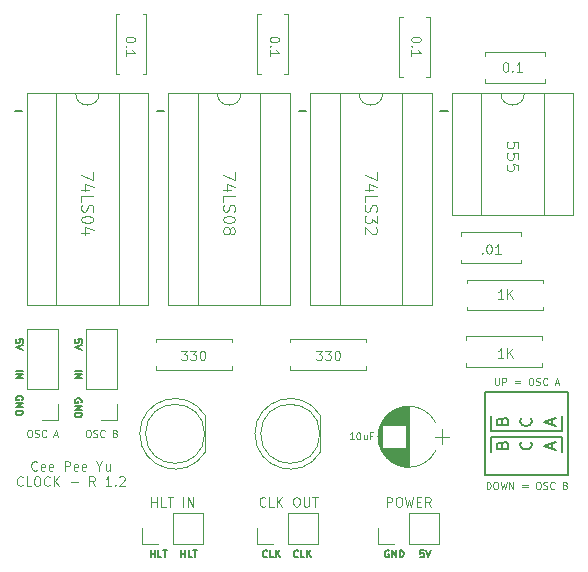
<source format=gbr>
G04 #@! TF.GenerationSoftware,KiCad,Pcbnew,(5.0.0-3-g5ebb6b6)*
G04 #@! TF.CreationDate,2018-08-15T23:13:33+01:00*
G04 #@! TF.ProjectId,clock,636C6F636B2E6B696361645F70636200,0.1*
G04 #@! TF.SameCoordinates,Original*
G04 #@! TF.FileFunction,Legend,Top*
G04 #@! TF.FilePolarity,Positive*
%FSLAX46Y46*%
G04 Gerber Fmt 4.6, Leading zero omitted, Abs format (unit mm)*
G04 Created by KiCad (PCBNEW (5.0.0-3-g5ebb6b6)) date Wednesday 15 August 2018 at 23:13:33*
%MOMM*%
%LPD*%
G01*
G04 APERTURE LIST*
%ADD10C,0.100000*%
%ADD11C,0.150000*%
%ADD12C,0.200000*%
%ADD13C,0.120000*%
G04 APERTURE END LIST*
D10*
X132561904Y-88035714D02*
X132523809Y-88073809D01*
X132409523Y-88111904D01*
X132333333Y-88111904D01*
X132219047Y-88073809D01*
X132142857Y-87997619D01*
X132104761Y-87921428D01*
X132066666Y-87769047D01*
X132066666Y-87654761D01*
X132104761Y-87502380D01*
X132142857Y-87426190D01*
X132219047Y-87350000D01*
X132333333Y-87311904D01*
X132409523Y-87311904D01*
X132523809Y-87350000D01*
X132561904Y-87388095D01*
X133209523Y-88073809D02*
X133133333Y-88111904D01*
X132980952Y-88111904D01*
X132904761Y-88073809D01*
X132866666Y-87997619D01*
X132866666Y-87692857D01*
X132904761Y-87616666D01*
X132980952Y-87578571D01*
X133133333Y-87578571D01*
X133209523Y-87616666D01*
X133247619Y-87692857D01*
X133247619Y-87769047D01*
X132866666Y-87845238D01*
X133895238Y-88073809D02*
X133819047Y-88111904D01*
X133666666Y-88111904D01*
X133590476Y-88073809D01*
X133552380Y-87997619D01*
X133552380Y-87692857D01*
X133590476Y-87616666D01*
X133666666Y-87578571D01*
X133819047Y-87578571D01*
X133895238Y-87616666D01*
X133933333Y-87692857D01*
X133933333Y-87769047D01*
X133552380Y-87845238D01*
X134885714Y-88111904D02*
X134885714Y-87311904D01*
X135190476Y-87311904D01*
X135266666Y-87350000D01*
X135304761Y-87388095D01*
X135342857Y-87464285D01*
X135342857Y-87578571D01*
X135304761Y-87654761D01*
X135266666Y-87692857D01*
X135190476Y-87730952D01*
X134885714Y-87730952D01*
X135990476Y-88073809D02*
X135914285Y-88111904D01*
X135761904Y-88111904D01*
X135685714Y-88073809D01*
X135647619Y-87997619D01*
X135647619Y-87692857D01*
X135685714Y-87616666D01*
X135761904Y-87578571D01*
X135914285Y-87578571D01*
X135990476Y-87616666D01*
X136028571Y-87692857D01*
X136028571Y-87769047D01*
X135647619Y-87845238D01*
X136676190Y-88073809D02*
X136600000Y-88111904D01*
X136447619Y-88111904D01*
X136371428Y-88073809D01*
X136333333Y-87997619D01*
X136333333Y-87692857D01*
X136371428Y-87616666D01*
X136447619Y-87578571D01*
X136600000Y-87578571D01*
X136676190Y-87616666D01*
X136714285Y-87692857D01*
X136714285Y-87769047D01*
X136333333Y-87845238D01*
X137819047Y-87730952D02*
X137819047Y-88111904D01*
X137552380Y-87311904D02*
X137819047Y-87730952D01*
X138085714Y-87311904D01*
X138695238Y-87578571D02*
X138695238Y-88111904D01*
X138352380Y-87578571D02*
X138352380Y-87997619D01*
X138390476Y-88073809D01*
X138466666Y-88111904D01*
X138580952Y-88111904D01*
X138657142Y-88073809D01*
X138695238Y-88035714D01*
X131342857Y-89335714D02*
X131304761Y-89373809D01*
X131190476Y-89411904D01*
X131114285Y-89411904D01*
X131000000Y-89373809D01*
X130923809Y-89297619D01*
X130885714Y-89221428D01*
X130847619Y-89069047D01*
X130847619Y-88954761D01*
X130885714Y-88802380D01*
X130923809Y-88726190D01*
X131000000Y-88650000D01*
X131114285Y-88611904D01*
X131190476Y-88611904D01*
X131304761Y-88650000D01*
X131342857Y-88688095D01*
X132066666Y-89411904D02*
X131685714Y-89411904D01*
X131685714Y-88611904D01*
X132485714Y-88611904D02*
X132638095Y-88611904D01*
X132714285Y-88650000D01*
X132790476Y-88726190D01*
X132828571Y-88878571D01*
X132828571Y-89145238D01*
X132790476Y-89297619D01*
X132714285Y-89373809D01*
X132638095Y-89411904D01*
X132485714Y-89411904D01*
X132409523Y-89373809D01*
X132333333Y-89297619D01*
X132295238Y-89145238D01*
X132295238Y-88878571D01*
X132333333Y-88726190D01*
X132409523Y-88650000D01*
X132485714Y-88611904D01*
X133628571Y-89335714D02*
X133590476Y-89373809D01*
X133476190Y-89411904D01*
X133400000Y-89411904D01*
X133285714Y-89373809D01*
X133209523Y-89297619D01*
X133171428Y-89221428D01*
X133133333Y-89069047D01*
X133133333Y-88954761D01*
X133171428Y-88802380D01*
X133209523Y-88726190D01*
X133285714Y-88650000D01*
X133400000Y-88611904D01*
X133476190Y-88611904D01*
X133590476Y-88650000D01*
X133628571Y-88688095D01*
X133971428Y-89411904D02*
X133971428Y-88611904D01*
X134428571Y-89411904D02*
X134085714Y-88954761D01*
X134428571Y-88611904D02*
X133971428Y-89069047D01*
X135380952Y-89107142D02*
X135990476Y-89107142D01*
X137438095Y-89411904D02*
X137171428Y-89030952D01*
X136980952Y-89411904D02*
X136980952Y-88611904D01*
X137285714Y-88611904D01*
X137361904Y-88650000D01*
X137400000Y-88688095D01*
X137438095Y-88764285D01*
X137438095Y-88878571D01*
X137400000Y-88954761D01*
X137361904Y-88992857D01*
X137285714Y-89030952D01*
X136980952Y-89030952D01*
X138809523Y-89411904D02*
X138352380Y-89411904D01*
X138580952Y-89411904D02*
X138580952Y-88611904D01*
X138504761Y-88726190D01*
X138428571Y-88802380D01*
X138352380Y-88840476D01*
X139152380Y-89335714D02*
X139190476Y-89373809D01*
X139152380Y-89411904D01*
X139114285Y-89373809D01*
X139152380Y-89335714D01*
X139152380Y-89411904D01*
X139495238Y-88688095D02*
X139533333Y-88650000D01*
X139609523Y-88611904D01*
X139800000Y-88611904D01*
X139876190Y-88650000D01*
X139914285Y-88688095D01*
X139952380Y-88764285D01*
X139952380Y-88840476D01*
X139914285Y-88954761D01*
X139457142Y-89411904D01*
X139952380Y-89411904D01*
D11*
X136300000Y-82342857D02*
X136328571Y-82285714D01*
X136328571Y-82200000D01*
X136300000Y-82114285D01*
X136242857Y-82057142D01*
X136185714Y-82028571D01*
X136071428Y-82000000D01*
X135985714Y-82000000D01*
X135871428Y-82028571D01*
X135814285Y-82057142D01*
X135757142Y-82114285D01*
X135728571Y-82200000D01*
X135728571Y-82257142D01*
X135757142Y-82342857D01*
X135785714Y-82371428D01*
X135985714Y-82371428D01*
X135985714Y-82257142D01*
X135728571Y-82628571D02*
X136328571Y-82628571D01*
X135728571Y-82971428D01*
X136328571Y-82971428D01*
X135728571Y-83257142D02*
X136328571Y-83257142D01*
X136328571Y-83400000D01*
X136300000Y-83485714D01*
X136242857Y-83542857D01*
X136185714Y-83571428D01*
X136071428Y-83600000D01*
X135985714Y-83600000D01*
X135871428Y-83571428D01*
X135814285Y-83542857D01*
X135757142Y-83485714D01*
X135728571Y-83400000D01*
X135728571Y-83257142D01*
X135728571Y-79685714D02*
X136328571Y-79685714D01*
X135728571Y-79971428D02*
X136328571Y-79971428D01*
X135728571Y-80314285D01*
X136328571Y-80314285D01*
X136328571Y-77285714D02*
X136328571Y-77000000D01*
X136042857Y-76971428D01*
X136071428Y-77000000D01*
X136100000Y-77057142D01*
X136100000Y-77200000D01*
X136071428Y-77257142D01*
X136042857Y-77285714D01*
X135985714Y-77314285D01*
X135842857Y-77314285D01*
X135785714Y-77285714D01*
X135757142Y-77257142D01*
X135728571Y-77200000D01*
X135728571Y-77057142D01*
X135757142Y-77000000D01*
X135785714Y-76971428D01*
X136328571Y-77485714D02*
X135728571Y-77685714D01*
X136328571Y-77885714D01*
X131300000Y-82142857D02*
X131328571Y-82085714D01*
X131328571Y-82000000D01*
X131300000Y-81914285D01*
X131242857Y-81857142D01*
X131185714Y-81828571D01*
X131071428Y-81800000D01*
X130985714Y-81800000D01*
X130871428Y-81828571D01*
X130814285Y-81857142D01*
X130757142Y-81914285D01*
X130728571Y-82000000D01*
X130728571Y-82057142D01*
X130757142Y-82142857D01*
X130785714Y-82171428D01*
X130985714Y-82171428D01*
X130985714Y-82057142D01*
X130728571Y-82428571D02*
X131328571Y-82428571D01*
X130728571Y-82771428D01*
X131328571Y-82771428D01*
X130728571Y-83057142D02*
X131328571Y-83057142D01*
X131328571Y-83200000D01*
X131300000Y-83285714D01*
X131242857Y-83342857D01*
X131185714Y-83371428D01*
X131071428Y-83400000D01*
X130985714Y-83400000D01*
X130871428Y-83371428D01*
X130814285Y-83342857D01*
X130757142Y-83285714D01*
X130728571Y-83200000D01*
X130728571Y-83057142D01*
X130728571Y-79685714D02*
X131328571Y-79685714D01*
X130728571Y-79971428D02*
X131328571Y-79971428D01*
X130728571Y-80314285D01*
X131328571Y-80314285D01*
X131328571Y-77285714D02*
X131328571Y-77000000D01*
X131042857Y-76971428D01*
X131071428Y-77000000D01*
X131100000Y-77057142D01*
X131100000Y-77200000D01*
X131071428Y-77257142D01*
X131042857Y-77285714D01*
X130985714Y-77314285D01*
X130842857Y-77314285D01*
X130785714Y-77285714D01*
X130757142Y-77257142D01*
X130728571Y-77200000D01*
X130728571Y-77057142D01*
X130757142Y-77000000D01*
X130785714Y-76971428D01*
X131328571Y-77485714D02*
X130728571Y-77685714D01*
X131328571Y-77885714D01*
D10*
X136828571Y-84671428D02*
X136942857Y-84671428D01*
X137000000Y-84700000D01*
X137057142Y-84757142D01*
X137085714Y-84871428D01*
X137085714Y-85071428D01*
X137057142Y-85185714D01*
X137000000Y-85242857D01*
X136942857Y-85271428D01*
X136828571Y-85271428D01*
X136771428Y-85242857D01*
X136714285Y-85185714D01*
X136685714Y-85071428D01*
X136685714Y-84871428D01*
X136714285Y-84757142D01*
X136771428Y-84700000D01*
X136828571Y-84671428D01*
X137314285Y-85242857D02*
X137400000Y-85271428D01*
X137542857Y-85271428D01*
X137600000Y-85242857D01*
X137628571Y-85214285D01*
X137657142Y-85157142D01*
X137657142Y-85100000D01*
X137628571Y-85042857D01*
X137600000Y-85014285D01*
X137542857Y-84985714D01*
X137428571Y-84957142D01*
X137371428Y-84928571D01*
X137342857Y-84900000D01*
X137314285Y-84842857D01*
X137314285Y-84785714D01*
X137342857Y-84728571D01*
X137371428Y-84700000D01*
X137428571Y-84671428D01*
X137571428Y-84671428D01*
X137657142Y-84700000D01*
X138257142Y-85214285D02*
X138228571Y-85242857D01*
X138142857Y-85271428D01*
X138085714Y-85271428D01*
X138000000Y-85242857D01*
X137942857Y-85185714D01*
X137914285Y-85128571D01*
X137885714Y-85014285D01*
X137885714Y-84928571D01*
X137914285Y-84814285D01*
X137942857Y-84757142D01*
X138000000Y-84700000D01*
X138085714Y-84671428D01*
X138142857Y-84671428D01*
X138228571Y-84700000D01*
X138257142Y-84728571D01*
X139171428Y-84957142D02*
X139257142Y-84985714D01*
X139285714Y-85014285D01*
X139314285Y-85071428D01*
X139314285Y-85157142D01*
X139285714Y-85214285D01*
X139257142Y-85242857D01*
X139200000Y-85271428D01*
X138971428Y-85271428D01*
X138971428Y-84671428D01*
X139171428Y-84671428D01*
X139228571Y-84700000D01*
X139257142Y-84728571D01*
X139285714Y-84785714D01*
X139285714Y-84842857D01*
X139257142Y-84900000D01*
X139228571Y-84928571D01*
X139171428Y-84957142D01*
X138971428Y-84957142D01*
X131871428Y-84671428D02*
X131985714Y-84671428D01*
X132042857Y-84700000D01*
X132100000Y-84757142D01*
X132128571Y-84871428D01*
X132128571Y-85071428D01*
X132100000Y-85185714D01*
X132042857Y-85242857D01*
X131985714Y-85271428D01*
X131871428Y-85271428D01*
X131814285Y-85242857D01*
X131757142Y-85185714D01*
X131728571Y-85071428D01*
X131728571Y-84871428D01*
X131757142Y-84757142D01*
X131814285Y-84700000D01*
X131871428Y-84671428D01*
X132357142Y-85242857D02*
X132442857Y-85271428D01*
X132585714Y-85271428D01*
X132642857Y-85242857D01*
X132671428Y-85214285D01*
X132700000Y-85157142D01*
X132700000Y-85100000D01*
X132671428Y-85042857D01*
X132642857Y-85014285D01*
X132585714Y-84985714D01*
X132471428Y-84957142D01*
X132414285Y-84928571D01*
X132385714Y-84900000D01*
X132357142Y-84842857D01*
X132357142Y-84785714D01*
X132385714Y-84728571D01*
X132414285Y-84700000D01*
X132471428Y-84671428D01*
X132614285Y-84671428D01*
X132700000Y-84700000D01*
X133300000Y-85214285D02*
X133271428Y-85242857D01*
X133185714Y-85271428D01*
X133128571Y-85271428D01*
X133042857Y-85242857D01*
X132985714Y-85185714D01*
X132957142Y-85128571D01*
X132928571Y-85014285D01*
X132928571Y-84928571D01*
X132957142Y-84814285D01*
X132985714Y-84757142D01*
X133042857Y-84700000D01*
X133128571Y-84671428D01*
X133185714Y-84671428D01*
X133271428Y-84700000D01*
X133300000Y-84728571D01*
X133985714Y-85100000D02*
X134271428Y-85100000D01*
X133928571Y-85271428D02*
X134128571Y-84671428D01*
X134328571Y-85271428D01*
X170614285Y-89671428D02*
X170614285Y-89071428D01*
X170757142Y-89071428D01*
X170842857Y-89100000D01*
X170900000Y-89157142D01*
X170928571Y-89214285D01*
X170957142Y-89328571D01*
X170957142Y-89414285D01*
X170928571Y-89528571D01*
X170900000Y-89585714D01*
X170842857Y-89642857D01*
X170757142Y-89671428D01*
X170614285Y-89671428D01*
X171328571Y-89071428D02*
X171442857Y-89071428D01*
X171500000Y-89100000D01*
X171557142Y-89157142D01*
X171585714Y-89271428D01*
X171585714Y-89471428D01*
X171557142Y-89585714D01*
X171500000Y-89642857D01*
X171442857Y-89671428D01*
X171328571Y-89671428D01*
X171271428Y-89642857D01*
X171214285Y-89585714D01*
X171185714Y-89471428D01*
X171185714Y-89271428D01*
X171214285Y-89157142D01*
X171271428Y-89100000D01*
X171328571Y-89071428D01*
X171785714Y-89071428D02*
X171928571Y-89671428D01*
X172042857Y-89242857D01*
X172157142Y-89671428D01*
X172300000Y-89071428D01*
X172528571Y-89671428D02*
X172528571Y-89071428D01*
X172871428Y-89671428D01*
X172871428Y-89071428D01*
X173614285Y-89357142D02*
X174071428Y-89357142D01*
X174071428Y-89528571D02*
X173614285Y-89528571D01*
X174928571Y-89071428D02*
X175042857Y-89071428D01*
X175100000Y-89100000D01*
X175157142Y-89157142D01*
X175185714Y-89271428D01*
X175185714Y-89471428D01*
X175157142Y-89585714D01*
X175100000Y-89642857D01*
X175042857Y-89671428D01*
X174928571Y-89671428D01*
X174871428Y-89642857D01*
X174814285Y-89585714D01*
X174785714Y-89471428D01*
X174785714Y-89271428D01*
X174814285Y-89157142D01*
X174871428Y-89100000D01*
X174928571Y-89071428D01*
X175414285Y-89642857D02*
X175500000Y-89671428D01*
X175642857Y-89671428D01*
X175700000Y-89642857D01*
X175728571Y-89614285D01*
X175757142Y-89557142D01*
X175757142Y-89500000D01*
X175728571Y-89442857D01*
X175700000Y-89414285D01*
X175642857Y-89385714D01*
X175528571Y-89357142D01*
X175471428Y-89328571D01*
X175442857Y-89300000D01*
X175414285Y-89242857D01*
X175414285Y-89185714D01*
X175442857Y-89128571D01*
X175471428Y-89100000D01*
X175528571Y-89071428D01*
X175671428Y-89071428D01*
X175757142Y-89100000D01*
X176357142Y-89614285D02*
X176328571Y-89642857D01*
X176242857Y-89671428D01*
X176185714Y-89671428D01*
X176100000Y-89642857D01*
X176042857Y-89585714D01*
X176014285Y-89528571D01*
X175985714Y-89414285D01*
X175985714Y-89328571D01*
X176014285Y-89214285D01*
X176042857Y-89157142D01*
X176100000Y-89100000D01*
X176185714Y-89071428D01*
X176242857Y-89071428D01*
X176328571Y-89100000D01*
X176357142Y-89128571D01*
X177271428Y-89357142D02*
X177357142Y-89385714D01*
X177385714Y-89414285D01*
X177414285Y-89471428D01*
X177414285Y-89557142D01*
X177385714Y-89614285D01*
X177357142Y-89642857D01*
X177300000Y-89671428D01*
X177071428Y-89671428D01*
X177071428Y-89071428D01*
X177271428Y-89071428D01*
X177328571Y-89100000D01*
X177357142Y-89128571D01*
X177385714Y-89185714D01*
X177385714Y-89242857D01*
X177357142Y-89300000D01*
X177328571Y-89328571D01*
X177271428Y-89357142D01*
X177071428Y-89357142D01*
X171314285Y-80271428D02*
X171314285Y-80757142D01*
X171342857Y-80814285D01*
X171371428Y-80842857D01*
X171428571Y-80871428D01*
X171542857Y-80871428D01*
X171600000Y-80842857D01*
X171628571Y-80814285D01*
X171657142Y-80757142D01*
X171657142Y-80271428D01*
X171942857Y-80871428D02*
X171942857Y-80271428D01*
X172171428Y-80271428D01*
X172228571Y-80300000D01*
X172257142Y-80328571D01*
X172285714Y-80385714D01*
X172285714Y-80471428D01*
X172257142Y-80528571D01*
X172228571Y-80557142D01*
X172171428Y-80585714D01*
X171942857Y-80585714D01*
X173000000Y-80557142D02*
X173457142Y-80557142D01*
X173457142Y-80728571D02*
X173000000Y-80728571D01*
X174314285Y-80271428D02*
X174428571Y-80271428D01*
X174485714Y-80300000D01*
X174542857Y-80357142D01*
X174571428Y-80471428D01*
X174571428Y-80671428D01*
X174542857Y-80785714D01*
X174485714Y-80842857D01*
X174428571Y-80871428D01*
X174314285Y-80871428D01*
X174257142Y-80842857D01*
X174200000Y-80785714D01*
X174171428Y-80671428D01*
X174171428Y-80471428D01*
X174200000Y-80357142D01*
X174257142Y-80300000D01*
X174314285Y-80271428D01*
X174800000Y-80842857D02*
X174885714Y-80871428D01*
X175028571Y-80871428D01*
X175085714Y-80842857D01*
X175114285Y-80814285D01*
X175142857Y-80757142D01*
X175142857Y-80700000D01*
X175114285Y-80642857D01*
X175085714Y-80614285D01*
X175028571Y-80585714D01*
X174914285Y-80557142D01*
X174857142Y-80528571D01*
X174828571Y-80500000D01*
X174800000Y-80442857D01*
X174800000Y-80385714D01*
X174828571Y-80328571D01*
X174857142Y-80300000D01*
X174914285Y-80271428D01*
X175057142Y-80271428D01*
X175142857Y-80300000D01*
X175742857Y-80814285D02*
X175714285Y-80842857D01*
X175628571Y-80871428D01*
X175571428Y-80871428D01*
X175485714Y-80842857D01*
X175428571Y-80785714D01*
X175400000Y-80728571D01*
X175371428Y-80614285D01*
X175371428Y-80528571D01*
X175400000Y-80414285D01*
X175428571Y-80357142D01*
X175485714Y-80300000D01*
X175571428Y-80271428D01*
X175628571Y-80271428D01*
X175714285Y-80300000D01*
X175742857Y-80328571D01*
X176428571Y-80700000D02*
X176714285Y-80700000D01*
X176371428Y-80871428D02*
X176571428Y-80271428D01*
X176771428Y-80871428D01*
X142228571Y-91161904D02*
X142228571Y-90361904D01*
X142228571Y-90742857D02*
X142685714Y-90742857D01*
X142685714Y-91161904D02*
X142685714Y-90361904D01*
X143447619Y-91161904D02*
X143066666Y-91161904D01*
X143066666Y-90361904D01*
X143600000Y-90361904D02*
X144057142Y-90361904D01*
X143828571Y-91161904D02*
X143828571Y-90361904D01*
X144933333Y-91161904D02*
X144933333Y-90361904D01*
X145314285Y-91161904D02*
X145314285Y-90361904D01*
X145771428Y-91161904D01*
X145771428Y-90361904D01*
X151876190Y-91085714D02*
X151838095Y-91123809D01*
X151723809Y-91161904D01*
X151647619Y-91161904D01*
X151533333Y-91123809D01*
X151457142Y-91047619D01*
X151419047Y-90971428D01*
X151380952Y-90819047D01*
X151380952Y-90704761D01*
X151419047Y-90552380D01*
X151457142Y-90476190D01*
X151533333Y-90400000D01*
X151647619Y-90361904D01*
X151723809Y-90361904D01*
X151838095Y-90400000D01*
X151876190Y-90438095D01*
X152600000Y-91161904D02*
X152219047Y-91161904D01*
X152219047Y-90361904D01*
X152866666Y-91161904D02*
X152866666Y-90361904D01*
X153323809Y-91161904D02*
X152980952Y-90704761D01*
X153323809Y-90361904D02*
X152866666Y-90819047D01*
X154428571Y-90361904D02*
X154580952Y-90361904D01*
X154657142Y-90400000D01*
X154733333Y-90476190D01*
X154771428Y-90628571D01*
X154771428Y-90895238D01*
X154733333Y-91047619D01*
X154657142Y-91123809D01*
X154580952Y-91161904D01*
X154428571Y-91161904D01*
X154352380Y-91123809D01*
X154276190Y-91047619D01*
X154238095Y-90895238D01*
X154238095Y-90628571D01*
X154276190Y-90476190D01*
X154352380Y-90400000D01*
X154428571Y-90361904D01*
X155114285Y-90361904D02*
X155114285Y-91009523D01*
X155152380Y-91085714D01*
X155190476Y-91123809D01*
X155266666Y-91161904D01*
X155419047Y-91161904D01*
X155495238Y-91123809D01*
X155533333Y-91085714D01*
X155571428Y-91009523D01*
X155571428Y-90361904D01*
X155838095Y-90361904D02*
X156295238Y-90361904D01*
X156066666Y-91161904D02*
X156066666Y-90361904D01*
X162152380Y-91161904D02*
X162152380Y-90361904D01*
X162457142Y-90361904D01*
X162533333Y-90400000D01*
X162571428Y-90438095D01*
X162609523Y-90514285D01*
X162609523Y-90628571D01*
X162571428Y-90704761D01*
X162533333Y-90742857D01*
X162457142Y-90780952D01*
X162152380Y-90780952D01*
X163104761Y-90361904D02*
X163257142Y-90361904D01*
X163333333Y-90400000D01*
X163409523Y-90476190D01*
X163447619Y-90628571D01*
X163447619Y-90895238D01*
X163409523Y-91047619D01*
X163333333Y-91123809D01*
X163257142Y-91161904D01*
X163104761Y-91161904D01*
X163028571Y-91123809D01*
X162952380Y-91047619D01*
X162914285Y-90895238D01*
X162914285Y-90628571D01*
X162952380Y-90476190D01*
X163028571Y-90400000D01*
X163104761Y-90361904D01*
X163714285Y-90361904D02*
X163904761Y-91161904D01*
X164057142Y-90590476D01*
X164209523Y-91161904D01*
X164400000Y-90361904D01*
X164704761Y-90742857D02*
X164971428Y-90742857D01*
X165085714Y-91161904D02*
X164704761Y-91161904D01*
X164704761Y-90361904D01*
X165085714Y-90361904D01*
X165885714Y-91161904D02*
X165619047Y-90780952D01*
X165428571Y-91161904D02*
X165428571Y-90361904D01*
X165733333Y-90361904D01*
X165809523Y-90400000D01*
X165847619Y-90438095D01*
X165885714Y-90514285D01*
X165885714Y-90628571D01*
X165847619Y-90704761D01*
X165809523Y-90742857D01*
X165733333Y-90780952D01*
X165428571Y-90780952D01*
X159357142Y-85471428D02*
X159014285Y-85471428D01*
X159185714Y-85471428D02*
X159185714Y-84871428D01*
X159128571Y-84957142D01*
X159071428Y-85014285D01*
X159014285Y-85042857D01*
X159728571Y-84871428D02*
X159785714Y-84871428D01*
X159842857Y-84900000D01*
X159871428Y-84928571D01*
X159900000Y-84985714D01*
X159928571Y-85100000D01*
X159928571Y-85242857D01*
X159900000Y-85357142D01*
X159871428Y-85414285D01*
X159842857Y-85442857D01*
X159785714Y-85471428D01*
X159728571Y-85471428D01*
X159671428Y-85442857D01*
X159642857Y-85414285D01*
X159614285Y-85357142D01*
X159585714Y-85242857D01*
X159585714Y-85100000D01*
X159614285Y-84985714D01*
X159642857Y-84928571D01*
X159671428Y-84900000D01*
X159728571Y-84871428D01*
X160442857Y-85071428D02*
X160442857Y-85471428D01*
X160185714Y-85071428D02*
X160185714Y-85385714D01*
X160214285Y-85442857D01*
X160271428Y-85471428D01*
X160357142Y-85471428D01*
X160414285Y-85442857D01*
X160442857Y-85414285D01*
X160928571Y-85157142D02*
X160728571Y-85157142D01*
X160728571Y-85471428D02*
X160728571Y-84871428D01*
X161014285Y-84871428D01*
D11*
X165285714Y-94871428D02*
X165000000Y-94871428D01*
X164971428Y-95157142D01*
X165000000Y-95128571D01*
X165057142Y-95100000D01*
X165200000Y-95100000D01*
X165257142Y-95128571D01*
X165285714Y-95157142D01*
X165314285Y-95214285D01*
X165314285Y-95357142D01*
X165285714Y-95414285D01*
X165257142Y-95442857D01*
X165200000Y-95471428D01*
X165057142Y-95471428D01*
X165000000Y-95442857D01*
X164971428Y-95414285D01*
X165485714Y-94871428D02*
X165685714Y-95471428D01*
X165885714Y-94871428D01*
X162342857Y-94900000D02*
X162285714Y-94871428D01*
X162200000Y-94871428D01*
X162114285Y-94900000D01*
X162057142Y-94957142D01*
X162028571Y-95014285D01*
X162000000Y-95128571D01*
X162000000Y-95214285D01*
X162028571Y-95328571D01*
X162057142Y-95385714D01*
X162114285Y-95442857D01*
X162200000Y-95471428D01*
X162257142Y-95471428D01*
X162342857Y-95442857D01*
X162371428Y-95414285D01*
X162371428Y-95214285D01*
X162257142Y-95214285D01*
X162628571Y-95471428D02*
X162628571Y-94871428D01*
X162971428Y-95471428D01*
X162971428Y-94871428D01*
X163257142Y-95471428D02*
X163257142Y-94871428D01*
X163400000Y-94871428D01*
X163485714Y-94900000D01*
X163542857Y-94957142D01*
X163571428Y-95014285D01*
X163600000Y-95128571D01*
X163600000Y-95214285D01*
X163571428Y-95328571D01*
X163542857Y-95385714D01*
X163485714Y-95442857D01*
X163400000Y-95471428D01*
X163257142Y-95471428D01*
X154642857Y-95414285D02*
X154614285Y-95442857D01*
X154528571Y-95471428D01*
X154471428Y-95471428D01*
X154385714Y-95442857D01*
X154328571Y-95385714D01*
X154300000Y-95328571D01*
X154271428Y-95214285D01*
X154271428Y-95128571D01*
X154300000Y-95014285D01*
X154328571Y-94957142D01*
X154385714Y-94900000D01*
X154471428Y-94871428D01*
X154528571Y-94871428D01*
X154614285Y-94900000D01*
X154642857Y-94928571D01*
X155185714Y-95471428D02*
X154900000Y-95471428D01*
X154900000Y-94871428D01*
X155385714Y-95471428D02*
X155385714Y-94871428D01*
X155728571Y-95471428D02*
X155471428Y-95128571D01*
X155728571Y-94871428D02*
X155385714Y-95214285D01*
X152042857Y-95414285D02*
X152014285Y-95442857D01*
X151928571Y-95471428D01*
X151871428Y-95471428D01*
X151785714Y-95442857D01*
X151728571Y-95385714D01*
X151700000Y-95328571D01*
X151671428Y-95214285D01*
X151671428Y-95128571D01*
X151700000Y-95014285D01*
X151728571Y-94957142D01*
X151785714Y-94900000D01*
X151871428Y-94871428D01*
X151928571Y-94871428D01*
X152014285Y-94900000D01*
X152042857Y-94928571D01*
X152585714Y-95471428D02*
X152300000Y-95471428D01*
X152300000Y-94871428D01*
X152785714Y-95471428D02*
X152785714Y-94871428D01*
X153128571Y-95471428D02*
X152871428Y-95128571D01*
X153128571Y-94871428D02*
X152785714Y-95214285D01*
X144757142Y-95471428D02*
X144757142Y-94871428D01*
X144757142Y-95157142D02*
X145100000Y-95157142D01*
X145100000Y-95471428D02*
X145100000Y-94871428D01*
X145671428Y-95471428D02*
X145385714Y-95471428D01*
X145385714Y-94871428D01*
X145785714Y-94871428D02*
X146128571Y-94871428D01*
X145957142Y-95471428D02*
X145957142Y-94871428D01*
X142157142Y-95471428D02*
X142157142Y-94871428D01*
X142157142Y-95157142D02*
X142500000Y-95157142D01*
X142500000Y-95471428D02*
X142500000Y-94871428D01*
X143071428Y-95471428D02*
X142785714Y-95471428D01*
X142785714Y-94871428D01*
X143185714Y-94871428D02*
X143528571Y-94871428D01*
X143357142Y-95471428D02*
X143357142Y-94871428D01*
D12*
X166695238Y-57657142D02*
X167304761Y-57657142D01*
X154695238Y-57657142D02*
X155304761Y-57657142D01*
X142695238Y-57657142D02*
X143304761Y-57657142D01*
X130695238Y-57657142D02*
X131304761Y-57657142D01*
D10*
X140838095Y-51590476D02*
X140838095Y-51666666D01*
X140800000Y-51742857D01*
X140761904Y-51780952D01*
X140685714Y-51819047D01*
X140533333Y-51857142D01*
X140342857Y-51857142D01*
X140190476Y-51819047D01*
X140114285Y-51780952D01*
X140076190Y-51742857D01*
X140038095Y-51666666D01*
X140038095Y-51590476D01*
X140076190Y-51514285D01*
X140114285Y-51476190D01*
X140190476Y-51438095D01*
X140342857Y-51400000D01*
X140533333Y-51400000D01*
X140685714Y-51438095D01*
X140761904Y-51476190D01*
X140800000Y-51514285D01*
X140838095Y-51590476D01*
X140114285Y-52200000D02*
X140076190Y-52238095D01*
X140038095Y-52200000D01*
X140076190Y-52161904D01*
X140114285Y-52200000D01*
X140038095Y-52200000D01*
X140038095Y-53000000D02*
X140038095Y-52542857D01*
X140038095Y-52771428D02*
X140838095Y-52771428D01*
X140723809Y-52695238D01*
X140647619Y-52619047D01*
X140609523Y-52542857D01*
X153038095Y-51590476D02*
X153038095Y-51666666D01*
X153000000Y-51742857D01*
X152961904Y-51780952D01*
X152885714Y-51819047D01*
X152733333Y-51857142D01*
X152542857Y-51857142D01*
X152390476Y-51819047D01*
X152314285Y-51780952D01*
X152276190Y-51742857D01*
X152238095Y-51666666D01*
X152238095Y-51590476D01*
X152276190Y-51514285D01*
X152314285Y-51476190D01*
X152390476Y-51438095D01*
X152542857Y-51400000D01*
X152733333Y-51400000D01*
X152885714Y-51438095D01*
X152961904Y-51476190D01*
X153000000Y-51514285D01*
X153038095Y-51590476D01*
X152314285Y-52200000D02*
X152276190Y-52238095D01*
X152238095Y-52200000D01*
X152276190Y-52161904D01*
X152314285Y-52200000D01*
X152238095Y-52200000D01*
X152238095Y-53000000D02*
X152238095Y-52542857D01*
X152238095Y-52771428D02*
X153038095Y-52771428D01*
X152923809Y-52695238D01*
X152847619Y-52619047D01*
X152809523Y-52542857D01*
X165038095Y-51590476D02*
X165038095Y-51666666D01*
X165000000Y-51742857D01*
X164961904Y-51780952D01*
X164885714Y-51819047D01*
X164733333Y-51857142D01*
X164542857Y-51857142D01*
X164390476Y-51819047D01*
X164314285Y-51780952D01*
X164276190Y-51742857D01*
X164238095Y-51666666D01*
X164238095Y-51590476D01*
X164276190Y-51514285D01*
X164314285Y-51476190D01*
X164390476Y-51438095D01*
X164542857Y-51400000D01*
X164733333Y-51400000D01*
X164885714Y-51438095D01*
X164961904Y-51476190D01*
X165000000Y-51514285D01*
X165038095Y-51590476D01*
X164314285Y-52200000D02*
X164276190Y-52238095D01*
X164238095Y-52200000D01*
X164276190Y-52161904D01*
X164314285Y-52200000D01*
X164238095Y-52200000D01*
X164238095Y-53000000D02*
X164238095Y-52542857D01*
X164238095Y-52771428D02*
X165038095Y-52771428D01*
X164923809Y-52695238D01*
X164847619Y-52619047D01*
X164809523Y-52542857D01*
X172190476Y-53561904D02*
X172266666Y-53561904D01*
X172342857Y-53600000D01*
X172380952Y-53638095D01*
X172419047Y-53714285D01*
X172457142Y-53866666D01*
X172457142Y-54057142D01*
X172419047Y-54209523D01*
X172380952Y-54285714D01*
X172342857Y-54323809D01*
X172266666Y-54361904D01*
X172190476Y-54361904D01*
X172114285Y-54323809D01*
X172076190Y-54285714D01*
X172038095Y-54209523D01*
X172000000Y-54057142D01*
X172000000Y-53866666D01*
X172038095Y-53714285D01*
X172076190Y-53638095D01*
X172114285Y-53600000D01*
X172190476Y-53561904D01*
X172800000Y-54285714D02*
X172838095Y-54323809D01*
X172800000Y-54361904D01*
X172761904Y-54323809D01*
X172800000Y-54285714D01*
X172800000Y-54361904D01*
X173600000Y-54361904D02*
X173142857Y-54361904D01*
X173371428Y-54361904D02*
X173371428Y-53561904D01*
X173295238Y-53676190D01*
X173219047Y-53752380D01*
X173142857Y-53790476D01*
X170238095Y-69685714D02*
X170276190Y-69723809D01*
X170238095Y-69761904D01*
X170200000Y-69723809D01*
X170238095Y-69685714D01*
X170238095Y-69761904D01*
X170771428Y-68961904D02*
X170847619Y-68961904D01*
X170923809Y-69000000D01*
X170961904Y-69038095D01*
X171000000Y-69114285D01*
X171038095Y-69266666D01*
X171038095Y-69457142D01*
X171000000Y-69609523D01*
X170961904Y-69685714D01*
X170923809Y-69723809D01*
X170847619Y-69761904D01*
X170771428Y-69761904D01*
X170695238Y-69723809D01*
X170657142Y-69685714D01*
X170619047Y-69609523D01*
X170580952Y-69457142D01*
X170580952Y-69266666D01*
X170619047Y-69114285D01*
X170657142Y-69038095D01*
X170695238Y-69000000D01*
X170771428Y-68961904D01*
X171800000Y-69761904D02*
X171342857Y-69761904D01*
X171571428Y-69761904D02*
X171571428Y-68961904D01*
X171495238Y-69076190D01*
X171419047Y-69152380D01*
X171342857Y-69190476D01*
X172028571Y-73561904D02*
X171571428Y-73561904D01*
X171800000Y-73561904D02*
X171800000Y-72761904D01*
X171723809Y-72876190D01*
X171647619Y-72952380D01*
X171571428Y-72990476D01*
X172371428Y-73561904D02*
X172371428Y-72761904D01*
X172828571Y-73561904D02*
X172485714Y-73104761D01*
X172828571Y-72761904D02*
X172371428Y-73219047D01*
X172028571Y-78561904D02*
X171571428Y-78561904D01*
X171800000Y-78561904D02*
X171800000Y-77761904D01*
X171723809Y-77876190D01*
X171647619Y-77952380D01*
X171571428Y-77990476D01*
X172371428Y-78561904D02*
X172371428Y-77761904D01*
X172828571Y-78561904D02*
X172485714Y-78104761D01*
X172828571Y-77761904D02*
X172371428Y-78219047D01*
X156171428Y-77961904D02*
X156666666Y-77961904D01*
X156400000Y-78266666D01*
X156514285Y-78266666D01*
X156590476Y-78304761D01*
X156628571Y-78342857D01*
X156666666Y-78419047D01*
X156666666Y-78609523D01*
X156628571Y-78685714D01*
X156590476Y-78723809D01*
X156514285Y-78761904D01*
X156285714Y-78761904D01*
X156209523Y-78723809D01*
X156171428Y-78685714D01*
X156933333Y-77961904D02*
X157428571Y-77961904D01*
X157161904Y-78266666D01*
X157276190Y-78266666D01*
X157352380Y-78304761D01*
X157390476Y-78342857D01*
X157428571Y-78419047D01*
X157428571Y-78609523D01*
X157390476Y-78685714D01*
X157352380Y-78723809D01*
X157276190Y-78761904D01*
X157047619Y-78761904D01*
X156971428Y-78723809D01*
X156933333Y-78685714D01*
X157923809Y-77961904D02*
X158000000Y-77961904D01*
X158076190Y-78000000D01*
X158114285Y-78038095D01*
X158152380Y-78114285D01*
X158190476Y-78266666D01*
X158190476Y-78457142D01*
X158152380Y-78609523D01*
X158114285Y-78685714D01*
X158076190Y-78723809D01*
X158000000Y-78761904D01*
X157923809Y-78761904D01*
X157847619Y-78723809D01*
X157809523Y-78685714D01*
X157771428Y-78609523D01*
X157733333Y-78457142D01*
X157733333Y-78266666D01*
X157771428Y-78114285D01*
X157809523Y-78038095D01*
X157847619Y-78000000D01*
X157923809Y-77961904D01*
X144771428Y-77961904D02*
X145266666Y-77961904D01*
X145000000Y-78266666D01*
X145114285Y-78266666D01*
X145190476Y-78304761D01*
X145228571Y-78342857D01*
X145266666Y-78419047D01*
X145266666Y-78609523D01*
X145228571Y-78685714D01*
X145190476Y-78723809D01*
X145114285Y-78761904D01*
X144885714Y-78761904D01*
X144809523Y-78723809D01*
X144771428Y-78685714D01*
X145533333Y-77961904D02*
X146028571Y-77961904D01*
X145761904Y-78266666D01*
X145876190Y-78266666D01*
X145952380Y-78304761D01*
X145990476Y-78342857D01*
X146028571Y-78419047D01*
X146028571Y-78609523D01*
X145990476Y-78685714D01*
X145952380Y-78723809D01*
X145876190Y-78761904D01*
X145647619Y-78761904D01*
X145571428Y-78723809D01*
X145533333Y-78685714D01*
X146523809Y-77961904D02*
X146600000Y-77961904D01*
X146676190Y-78000000D01*
X146714285Y-78038095D01*
X146752380Y-78114285D01*
X146790476Y-78266666D01*
X146790476Y-78457142D01*
X146752380Y-78609523D01*
X146714285Y-78685714D01*
X146676190Y-78723809D01*
X146600000Y-78761904D01*
X146523809Y-78761904D01*
X146447619Y-78723809D01*
X146409523Y-78685714D01*
X146371428Y-78609523D01*
X146333333Y-78457142D01*
X146333333Y-78266666D01*
X146371428Y-78114285D01*
X146409523Y-78038095D01*
X146447619Y-78000000D01*
X146523809Y-77961904D01*
X173297619Y-60785714D02*
X173297619Y-60309523D01*
X172821428Y-60261904D01*
X172869047Y-60309523D01*
X172916666Y-60404761D01*
X172916666Y-60642857D01*
X172869047Y-60738095D01*
X172821428Y-60785714D01*
X172726190Y-60833333D01*
X172488095Y-60833333D01*
X172392857Y-60785714D01*
X172345238Y-60738095D01*
X172297619Y-60642857D01*
X172297619Y-60404761D01*
X172345238Y-60309523D01*
X172392857Y-60261904D01*
X173297619Y-61738095D02*
X173297619Y-61261904D01*
X172821428Y-61214285D01*
X172869047Y-61261904D01*
X172916666Y-61357142D01*
X172916666Y-61595238D01*
X172869047Y-61690476D01*
X172821428Y-61738095D01*
X172726190Y-61785714D01*
X172488095Y-61785714D01*
X172392857Y-61738095D01*
X172345238Y-61690476D01*
X172297619Y-61595238D01*
X172297619Y-61357142D01*
X172345238Y-61261904D01*
X172392857Y-61214285D01*
X173297619Y-62690476D02*
X173297619Y-62214285D01*
X172821428Y-62166666D01*
X172869047Y-62214285D01*
X172916666Y-62309523D01*
X172916666Y-62547619D01*
X172869047Y-62642857D01*
X172821428Y-62690476D01*
X172726190Y-62738095D01*
X172488095Y-62738095D01*
X172392857Y-62690476D01*
X172345238Y-62642857D01*
X172297619Y-62547619D01*
X172297619Y-62309523D01*
X172345238Y-62214285D01*
X172392857Y-62166666D01*
X161297619Y-62857142D02*
X161297619Y-63523809D01*
X160297619Y-63095238D01*
X160964285Y-64333333D02*
X160297619Y-64333333D01*
X161345238Y-64095238D02*
X160630952Y-63857142D01*
X160630952Y-64476190D01*
X160297619Y-65333333D02*
X160297619Y-64857142D01*
X161297619Y-64857142D01*
X160345238Y-65619047D02*
X160297619Y-65761904D01*
X160297619Y-66000000D01*
X160345238Y-66095238D01*
X160392857Y-66142857D01*
X160488095Y-66190476D01*
X160583333Y-66190476D01*
X160678571Y-66142857D01*
X160726190Y-66095238D01*
X160773809Y-66000000D01*
X160821428Y-65809523D01*
X160869047Y-65714285D01*
X160916666Y-65666666D01*
X161011904Y-65619047D01*
X161107142Y-65619047D01*
X161202380Y-65666666D01*
X161250000Y-65714285D01*
X161297619Y-65809523D01*
X161297619Y-66047619D01*
X161250000Y-66190476D01*
X161297619Y-66523809D02*
X161297619Y-67142857D01*
X160916666Y-66809523D01*
X160916666Y-66952380D01*
X160869047Y-67047619D01*
X160821428Y-67095238D01*
X160726190Y-67142857D01*
X160488095Y-67142857D01*
X160392857Y-67095238D01*
X160345238Y-67047619D01*
X160297619Y-66952380D01*
X160297619Y-66666666D01*
X160345238Y-66571428D01*
X160392857Y-66523809D01*
X161202380Y-67523809D02*
X161250000Y-67571428D01*
X161297619Y-67666666D01*
X161297619Y-67904761D01*
X161250000Y-68000000D01*
X161202380Y-68047619D01*
X161107142Y-68095238D01*
X161011904Y-68095238D01*
X160869047Y-68047619D01*
X160297619Y-67476190D01*
X160297619Y-68095238D01*
X149297619Y-62857142D02*
X149297619Y-63523809D01*
X148297619Y-63095238D01*
X148964285Y-64333333D02*
X148297619Y-64333333D01*
X149345238Y-64095238D02*
X148630952Y-63857142D01*
X148630952Y-64476190D01*
X148297619Y-65333333D02*
X148297619Y-64857142D01*
X149297619Y-64857142D01*
X148345238Y-65619047D02*
X148297619Y-65761904D01*
X148297619Y-66000000D01*
X148345238Y-66095238D01*
X148392857Y-66142857D01*
X148488095Y-66190476D01*
X148583333Y-66190476D01*
X148678571Y-66142857D01*
X148726190Y-66095238D01*
X148773809Y-66000000D01*
X148821428Y-65809523D01*
X148869047Y-65714285D01*
X148916666Y-65666666D01*
X149011904Y-65619047D01*
X149107142Y-65619047D01*
X149202380Y-65666666D01*
X149250000Y-65714285D01*
X149297619Y-65809523D01*
X149297619Y-66047619D01*
X149250000Y-66190476D01*
X149297619Y-66809523D02*
X149297619Y-66904761D01*
X149250000Y-67000000D01*
X149202380Y-67047619D01*
X149107142Y-67095238D01*
X148916666Y-67142857D01*
X148678571Y-67142857D01*
X148488095Y-67095238D01*
X148392857Y-67047619D01*
X148345238Y-67000000D01*
X148297619Y-66904761D01*
X148297619Y-66809523D01*
X148345238Y-66714285D01*
X148392857Y-66666666D01*
X148488095Y-66619047D01*
X148678571Y-66571428D01*
X148916666Y-66571428D01*
X149107142Y-66619047D01*
X149202380Y-66666666D01*
X149250000Y-66714285D01*
X149297619Y-66809523D01*
X148869047Y-67714285D02*
X148916666Y-67619047D01*
X148964285Y-67571428D01*
X149059523Y-67523809D01*
X149107142Y-67523809D01*
X149202380Y-67571428D01*
X149250000Y-67619047D01*
X149297619Y-67714285D01*
X149297619Y-67904761D01*
X149250000Y-68000000D01*
X149202380Y-68047619D01*
X149107142Y-68095238D01*
X149059523Y-68095238D01*
X148964285Y-68047619D01*
X148916666Y-68000000D01*
X148869047Y-67904761D01*
X148869047Y-67714285D01*
X148821428Y-67619047D01*
X148773809Y-67571428D01*
X148678571Y-67523809D01*
X148488095Y-67523809D01*
X148392857Y-67571428D01*
X148345238Y-67619047D01*
X148297619Y-67714285D01*
X148297619Y-67904761D01*
X148345238Y-68000000D01*
X148392857Y-68047619D01*
X148488095Y-68095238D01*
X148678571Y-68095238D01*
X148773809Y-68047619D01*
X148821428Y-68000000D01*
X148869047Y-67904761D01*
X137297619Y-62857142D02*
X137297619Y-63523809D01*
X136297619Y-63095238D01*
X136964285Y-64333333D02*
X136297619Y-64333333D01*
X137345238Y-64095238D02*
X136630952Y-63857142D01*
X136630952Y-64476190D01*
X136297619Y-65333333D02*
X136297619Y-64857142D01*
X137297619Y-64857142D01*
X136345238Y-65619047D02*
X136297619Y-65761904D01*
X136297619Y-66000000D01*
X136345238Y-66095238D01*
X136392857Y-66142857D01*
X136488095Y-66190476D01*
X136583333Y-66190476D01*
X136678571Y-66142857D01*
X136726190Y-66095238D01*
X136773809Y-66000000D01*
X136821428Y-65809523D01*
X136869047Y-65714285D01*
X136916666Y-65666666D01*
X137011904Y-65619047D01*
X137107142Y-65619047D01*
X137202380Y-65666666D01*
X137250000Y-65714285D01*
X137297619Y-65809523D01*
X137297619Y-66047619D01*
X137250000Y-66190476D01*
X137297619Y-66809523D02*
X137297619Y-66904761D01*
X137250000Y-67000000D01*
X137202380Y-67047619D01*
X137107142Y-67095238D01*
X136916666Y-67142857D01*
X136678571Y-67142857D01*
X136488095Y-67095238D01*
X136392857Y-67047619D01*
X136345238Y-67000000D01*
X136297619Y-66904761D01*
X136297619Y-66809523D01*
X136345238Y-66714285D01*
X136392857Y-66666666D01*
X136488095Y-66619047D01*
X136678571Y-66571428D01*
X136916666Y-66571428D01*
X137107142Y-66619047D01*
X137202380Y-66666666D01*
X137250000Y-66714285D01*
X137297619Y-66809523D01*
X136964285Y-68000000D02*
X136297619Y-68000000D01*
X137345238Y-67761904D02*
X136630952Y-67523809D01*
X136630952Y-68142857D01*
D13*
G04 #@! TO.C,C1*
X139504000Y-54560000D02*
X139190000Y-54560000D01*
X141810000Y-54560000D02*
X141496000Y-54560000D01*
X139504000Y-49440000D02*
X139190000Y-49440000D01*
X141810000Y-49440000D02*
X141496000Y-49440000D01*
X139190000Y-49440000D02*
X139190000Y-54560000D01*
X141810000Y-49440000D02*
X141810000Y-54560000D01*
G04 #@! TO.C,C2*
X153810000Y-49440000D02*
X153810000Y-54560000D01*
X151190000Y-49440000D02*
X151190000Y-54560000D01*
X153810000Y-49440000D02*
X153496000Y-49440000D01*
X151504000Y-49440000D02*
X151190000Y-49440000D01*
X153810000Y-54560000D02*
X153496000Y-54560000D01*
X151504000Y-54560000D02*
X151190000Y-54560000D01*
G04 #@! TO.C,C3*
X175560000Y-54996000D02*
X175560000Y-55310000D01*
X175560000Y-52690000D02*
X175560000Y-53004000D01*
X170440000Y-54996000D02*
X170440000Y-55310000D01*
X170440000Y-52690000D02*
X170440000Y-53004000D01*
X170440000Y-55310000D02*
X175560000Y-55310000D01*
X170440000Y-52690000D02*
X175560000Y-52690000D01*
G04 #@! TO.C,C4*
X168440000Y-68254000D02*
X168440000Y-67940000D01*
X168440000Y-70560000D02*
X168440000Y-70246000D01*
X173560000Y-68254000D02*
X173560000Y-67940000D01*
X173560000Y-70560000D02*
X173560000Y-70246000D01*
X173560000Y-67940000D02*
X168440000Y-67940000D01*
X173560000Y-70560000D02*
X168440000Y-70560000D01*
G04 #@! TO.C,C5*
X166850000Y-85900000D02*
X166850000Y-84600000D01*
X167450000Y-85250000D02*
X166250000Y-85250000D01*
X161439000Y-85604000D02*
X161439000Y-84896000D01*
X161479000Y-85809000D02*
X161479000Y-84691000D01*
X161519000Y-85957000D02*
X161519000Y-84543000D01*
X161559000Y-86079000D02*
X161559000Y-84421000D01*
X161599000Y-86184000D02*
X161599000Y-84316000D01*
X161639000Y-86278000D02*
X161639000Y-84222000D01*
X161679000Y-86362000D02*
X161679000Y-84138000D01*
X161719000Y-86439000D02*
X161719000Y-84061000D01*
X161759000Y-86511000D02*
X161759000Y-83989000D01*
X161799000Y-84270000D02*
X161799000Y-83923000D01*
X161799000Y-86577000D02*
X161799000Y-86230000D01*
X161839000Y-84270000D02*
X161839000Y-83860000D01*
X161839000Y-86640000D02*
X161839000Y-86230000D01*
X161879000Y-84270000D02*
X161879000Y-83802000D01*
X161879000Y-86698000D02*
X161879000Y-86230000D01*
X161919000Y-84270000D02*
X161919000Y-83746000D01*
X161919000Y-86754000D02*
X161919000Y-86230000D01*
X161959000Y-84270000D02*
X161959000Y-83694000D01*
X161959000Y-86806000D02*
X161959000Y-86230000D01*
X161999000Y-84270000D02*
X161999000Y-83644000D01*
X161999000Y-86856000D02*
X161999000Y-86230000D01*
X162039000Y-84270000D02*
X162039000Y-83596000D01*
X162039000Y-86904000D02*
X162039000Y-86230000D01*
X162079000Y-84270000D02*
X162079000Y-83551000D01*
X162079000Y-86949000D02*
X162079000Y-86230000D01*
X162119000Y-84270000D02*
X162119000Y-83508000D01*
X162119000Y-86992000D02*
X162119000Y-86230000D01*
X162159000Y-84270000D02*
X162159000Y-83467000D01*
X162159000Y-87033000D02*
X162159000Y-86230000D01*
X162199000Y-84270000D02*
X162199000Y-83427000D01*
X162199000Y-87073000D02*
X162199000Y-86230000D01*
X162239000Y-84270000D02*
X162239000Y-83389000D01*
X162239000Y-87111000D02*
X162239000Y-86230000D01*
X162279000Y-84270000D02*
X162279000Y-83353000D01*
X162279000Y-87147000D02*
X162279000Y-86230000D01*
X162319000Y-84270000D02*
X162319000Y-83318000D01*
X162319000Y-87182000D02*
X162319000Y-86230000D01*
X162359000Y-84270000D02*
X162359000Y-83285000D01*
X162359000Y-87215000D02*
X162359000Y-86230000D01*
X162399000Y-84270000D02*
X162399000Y-83253000D01*
X162399000Y-87247000D02*
X162399000Y-86230000D01*
X162439000Y-84270000D02*
X162439000Y-83222000D01*
X162439000Y-87278000D02*
X162439000Y-86230000D01*
X162479000Y-84270000D02*
X162479000Y-83192000D01*
X162479000Y-87308000D02*
X162479000Y-86230000D01*
X162519000Y-84270000D02*
X162519000Y-83164000D01*
X162519000Y-87336000D02*
X162519000Y-86230000D01*
X162559000Y-84270000D02*
X162559000Y-83137000D01*
X162559000Y-87363000D02*
X162559000Y-86230000D01*
X162599000Y-84270000D02*
X162599000Y-83110000D01*
X162599000Y-87390000D02*
X162599000Y-86230000D01*
X162639000Y-84270000D02*
X162639000Y-83085000D01*
X162639000Y-87415000D02*
X162639000Y-86230000D01*
X162679000Y-84270000D02*
X162679000Y-83061000D01*
X162679000Y-87439000D02*
X162679000Y-86230000D01*
X162719000Y-84270000D02*
X162719000Y-83038000D01*
X162719000Y-87462000D02*
X162719000Y-86230000D01*
X162759000Y-84270000D02*
X162759000Y-83016000D01*
X162759000Y-87484000D02*
X162759000Y-86230000D01*
X162799000Y-84270000D02*
X162799000Y-82994000D01*
X162799000Y-87506000D02*
X162799000Y-86230000D01*
X162839000Y-84270000D02*
X162839000Y-82974000D01*
X162839000Y-87526000D02*
X162839000Y-86230000D01*
X162879000Y-84270000D02*
X162879000Y-82954000D01*
X162879000Y-87546000D02*
X162879000Y-86230000D01*
X162919000Y-84270000D02*
X162919000Y-82935000D01*
X162919000Y-87565000D02*
X162919000Y-86230000D01*
X162959000Y-84270000D02*
X162959000Y-82917000D01*
X162959000Y-87583000D02*
X162959000Y-86230000D01*
X162999000Y-84270000D02*
X162999000Y-82900000D01*
X162999000Y-87600000D02*
X162999000Y-86230000D01*
X163039000Y-84270000D02*
X163039000Y-82884000D01*
X163039000Y-87616000D02*
X163039000Y-86230000D01*
X163079000Y-84270000D02*
X163079000Y-82868000D01*
X163079000Y-87632000D02*
X163079000Y-86230000D01*
X163119000Y-84270000D02*
X163119000Y-82854000D01*
X163119000Y-87646000D02*
X163119000Y-86230000D01*
X163159000Y-84270000D02*
X163159000Y-82840000D01*
X163159000Y-87660000D02*
X163159000Y-86230000D01*
X163199000Y-84270000D02*
X163199000Y-82826000D01*
X163199000Y-87674000D02*
X163199000Y-86230000D01*
X163239000Y-84270000D02*
X163239000Y-82814000D01*
X163239000Y-87686000D02*
X163239000Y-86230000D01*
X163279000Y-84270000D02*
X163279000Y-82802000D01*
X163279000Y-87698000D02*
X163279000Y-86230000D01*
X163320000Y-84270000D02*
X163320000Y-82790000D01*
X163320000Y-87710000D02*
X163320000Y-86230000D01*
X163360000Y-84270000D02*
X163360000Y-82780000D01*
X163360000Y-87720000D02*
X163360000Y-86230000D01*
X163400000Y-84270000D02*
X163400000Y-82770000D01*
X163400000Y-87730000D02*
X163400000Y-86230000D01*
X163440000Y-84270000D02*
X163440000Y-82761000D01*
X163440000Y-87739000D02*
X163440000Y-86230000D01*
X163480000Y-84270000D02*
X163480000Y-82752000D01*
X163480000Y-87748000D02*
X163480000Y-86230000D01*
X163520000Y-84270000D02*
X163520000Y-82744000D01*
X163520000Y-87756000D02*
X163520000Y-86230000D01*
X163560000Y-84270000D02*
X163560000Y-82737000D01*
X163560000Y-87763000D02*
X163560000Y-86230000D01*
X163600000Y-84270000D02*
X163600000Y-82731000D01*
X163600000Y-87769000D02*
X163600000Y-86230000D01*
X163640000Y-84270000D02*
X163640000Y-82725000D01*
X163640000Y-87775000D02*
X163640000Y-86230000D01*
X163680000Y-84270000D02*
X163680000Y-82719000D01*
X163680000Y-87781000D02*
X163680000Y-86230000D01*
X163720000Y-84270000D02*
X163720000Y-82715000D01*
X163720000Y-87785000D02*
X163720000Y-86230000D01*
X163760000Y-87789000D02*
X163760000Y-82711000D01*
X163800000Y-87793000D02*
X163800000Y-82707000D01*
X163840000Y-87796000D02*
X163840000Y-82704000D01*
X163880000Y-87798000D02*
X163880000Y-82702000D01*
X163920000Y-87799000D02*
X163920000Y-82701000D01*
X163960000Y-87800000D02*
X163960000Y-82700000D01*
X164000000Y-87800000D02*
X164000000Y-82700000D01*
X161694278Y-84070277D02*
G75*
G03X161694420Y-86430000I2305722J-1179723D01*
G01*
X161694278Y-84070277D02*
G75*
G02X166305580Y-84070000I2305722J-1179723D01*
G01*
X161694278Y-86429723D02*
G75*
G03X166305580Y-86430000I2305722J1179723D01*
G01*
G04 #@! TO.C,C6*
X163190000Y-54810000D02*
X163190000Y-49690000D01*
X165810000Y-54810000D02*
X165810000Y-49690000D01*
X163190000Y-54810000D02*
X163504000Y-54810000D01*
X165496000Y-54810000D02*
X165810000Y-54810000D01*
X163190000Y-49690000D02*
X163504000Y-49690000D01*
X165496000Y-49690000D02*
X165810000Y-49690000D01*
G04 #@! TO.C,D1*
X141240000Y-84999538D02*
G75*
G03X146790000Y-86544830I2990000J-462D01*
G01*
X141240000Y-85000462D02*
G75*
G02X146790000Y-83455170I2990000J462D01*
G01*
X146730000Y-85000000D02*
G75*
G03X146730000Y-85000000I-2500000J0D01*
G01*
X146790000Y-86545000D02*
X146790000Y-83455000D01*
G04 #@! TO.C,D2*
X156540000Y-86545000D02*
X156540000Y-83455000D01*
X156480000Y-85000000D02*
G75*
G03X156480000Y-85000000I-2500000J0D01*
G01*
X150990000Y-85000462D02*
G75*
G02X156540000Y-83455170I2990000J462D01*
G01*
X150990000Y-84999538D02*
G75*
G03X156540000Y-86544830I2990000J-462D01*
G01*
G04 #@! TO.C,J1*
X141420000Y-94330000D02*
X141420000Y-93000000D01*
X142750000Y-94330000D02*
X141420000Y-94330000D01*
X144020000Y-91670000D02*
X144020000Y-94330000D01*
X146620000Y-91670000D02*
X144020000Y-91670000D01*
X146620000Y-94330000D02*
X146620000Y-91670000D01*
X144020000Y-94330000D02*
X146620000Y-94330000D01*
G04 #@! TO.C,J2*
X153770000Y-94330000D02*
X156370000Y-94330000D01*
X156370000Y-94330000D02*
X156370000Y-91670000D01*
X156370000Y-91670000D02*
X153770000Y-91670000D01*
X153770000Y-91670000D02*
X153770000Y-94330000D01*
X152500000Y-94330000D02*
X151170000Y-94330000D01*
X151170000Y-94330000D02*
X151170000Y-93000000D01*
G04 #@! TO.C,J3*
X161420000Y-94330000D02*
X161420000Y-93000000D01*
X162750000Y-94330000D02*
X161420000Y-94330000D01*
X164020000Y-91670000D02*
X164020000Y-94330000D01*
X166620000Y-91670000D02*
X164020000Y-91670000D01*
X166620000Y-94330000D02*
X166620000Y-91670000D01*
X164020000Y-94330000D02*
X166620000Y-94330000D01*
G04 #@! TO.C,J4*
X134330000Y-81230000D02*
X134330000Y-76090000D01*
X134330000Y-76090000D02*
X131670000Y-76090000D01*
X131670000Y-76090000D02*
X131670000Y-81230000D01*
X131670000Y-81230000D02*
X134330000Y-81230000D01*
X134330000Y-82500000D02*
X134330000Y-83830000D01*
X134330000Y-83830000D02*
X133000000Y-83830000D01*
G04 #@! TO.C,J5*
X139330000Y-83830000D02*
X138000000Y-83830000D01*
X139330000Y-82500000D02*
X139330000Y-83830000D01*
X136670000Y-81230000D02*
X139330000Y-81230000D01*
X136670000Y-76090000D02*
X136670000Y-81230000D01*
X139330000Y-76090000D02*
X136670000Y-76090000D01*
X139330000Y-81230000D02*
X139330000Y-76090000D01*
G04 #@! TO.C,R1*
X142600000Y-77270000D02*
X142600000Y-76940000D01*
X142600000Y-76940000D02*
X149020000Y-76940000D01*
X149020000Y-76940000D02*
X149020000Y-77270000D01*
X142600000Y-79230000D02*
X142600000Y-79560000D01*
X142600000Y-79560000D02*
X149020000Y-79560000D01*
X149020000Y-79560000D02*
X149020000Y-79230000D01*
G04 #@! TO.C,R2*
X153980000Y-76940000D02*
X153980000Y-77270000D01*
X160400000Y-76940000D02*
X153980000Y-76940000D01*
X160400000Y-77270000D02*
X160400000Y-76940000D01*
X153980000Y-79560000D02*
X153980000Y-79230000D01*
X160400000Y-79560000D02*
X153980000Y-79560000D01*
X160400000Y-79230000D02*
X160400000Y-79560000D01*
G04 #@! TO.C,R3*
X168980000Y-71940000D02*
X168980000Y-72270000D01*
X175400000Y-71940000D02*
X168980000Y-71940000D01*
X175400000Y-72270000D02*
X175400000Y-71940000D01*
X168980000Y-74560000D02*
X168980000Y-74230000D01*
X175400000Y-74560000D02*
X168980000Y-74560000D01*
X175400000Y-74230000D02*
X175400000Y-74560000D01*
G04 #@! TO.C,R4*
X168850000Y-77020000D02*
X168850000Y-76690000D01*
X168850000Y-76690000D02*
X175270000Y-76690000D01*
X175270000Y-76690000D02*
X175270000Y-77020000D01*
X168850000Y-78980000D02*
X168850000Y-79310000D01*
X168850000Y-79310000D02*
X175270000Y-79310000D01*
X175270000Y-79310000D02*
X175270000Y-78980000D01*
D11*
G04 #@! TO.C,SW1*
X170500000Y-81500000D02*
X170500000Y-88500000D01*
X170500000Y-88500000D02*
X177500000Y-88500000D01*
X177500000Y-88500000D02*
X177500000Y-81500000D01*
X177500000Y-81500000D02*
X170500000Y-81500000D01*
X177000000Y-86250000D02*
X177000000Y-85250000D01*
X177000000Y-85250000D02*
X171000000Y-85250000D01*
X171000000Y-85250000D02*
X171000000Y-86250000D01*
X177000000Y-83500000D02*
X177000000Y-84750000D01*
X177000000Y-84750000D02*
X171000000Y-84750000D01*
X171000000Y-84750000D02*
X171000000Y-83500000D01*
X171000000Y-86500000D02*
X171000000Y-86250000D01*
X177000000Y-86500000D02*
X177000000Y-86250000D01*
D13*
G04 #@! TO.C,U1*
X137810000Y-56170000D02*
G75*
G02X135810000Y-56170000I-1000000J0D01*
G01*
X135810000Y-56170000D02*
X134160000Y-56170000D01*
X134160000Y-56170000D02*
X134160000Y-74070000D01*
X134160000Y-74070000D02*
X139460000Y-74070000D01*
X139460000Y-74070000D02*
X139460000Y-56170000D01*
X139460000Y-56170000D02*
X137810000Y-56170000D01*
X131670000Y-56110000D02*
X131670000Y-74130000D01*
X131670000Y-74130000D02*
X141950000Y-74130000D01*
X141950000Y-74130000D02*
X141950000Y-56110000D01*
X141950000Y-56110000D02*
X131670000Y-56110000D01*
G04 #@! TO.C,U2*
X153950000Y-56110000D02*
X143670000Y-56110000D01*
X153950000Y-74130000D02*
X153950000Y-56110000D01*
X143670000Y-74130000D02*
X153950000Y-74130000D01*
X143670000Y-56110000D02*
X143670000Y-74130000D01*
X151460000Y-56170000D02*
X149810000Y-56170000D01*
X151460000Y-74070000D02*
X151460000Y-56170000D01*
X146160000Y-74070000D02*
X151460000Y-74070000D01*
X146160000Y-56170000D02*
X146160000Y-74070000D01*
X147810000Y-56170000D02*
X146160000Y-56170000D01*
X149810000Y-56170000D02*
G75*
G02X147810000Y-56170000I-1000000J0D01*
G01*
G04 #@! TO.C,U3*
X165950000Y-56110000D02*
X155670000Y-56110000D01*
X165950000Y-74130000D02*
X165950000Y-56110000D01*
X155670000Y-74130000D02*
X165950000Y-74130000D01*
X155670000Y-56110000D02*
X155670000Y-74130000D01*
X163460000Y-56170000D02*
X161810000Y-56170000D01*
X163460000Y-74070000D02*
X163460000Y-56170000D01*
X158160000Y-74070000D02*
X163460000Y-74070000D01*
X158160000Y-56170000D02*
X158160000Y-74070000D01*
X159810000Y-56170000D02*
X158160000Y-56170000D01*
X161810000Y-56170000D02*
G75*
G02X159810000Y-56170000I-1000000J0D01*
G01*
G04 #@! TO.C,U4*
X177950000Y-56110000D02*
X167670000Y-56110000D01*
X177950000Y-66510000D02*
X177950000Y-56110000D01*
X167670000Y-66510000D02*
X177950000Y-66510000D01*
X167670000Y-56110000D02*
X167670000Y-66510000D01*
X175460000Y-56170000D02*
X173810000Y-56170000D01*
X175460000Y-66450000D02*
X175460000Y-56170000D01*
X170160000Y-66450000D02*
X175460000Y-66450000D01*
X170160000Y-56170000D02*
X170160000Y-66450000D01*
X171810000Y-56170000D02*
X170160000Y-56170000D01*
X173810000Y-56170000D02*
G75*
G02X171810000Y-56170000I-1000000J0D01*
G01*
G04 #@! TO.C,SW1*
D11*
X174357142Y-83690476D02*
X174404761Y-83738095D01*
X174452380Y-83880952D01*
X174452380Y-83976190D01*
X174404761Y-84119047D01*
X174309523Y-84214285D01*
X174214285Y-84261904D01*
X174023809Y-84309523D01*
X173880952Y-84309523D01*
X173690476Y-84261904D01*
X173595238Y-84214285D01*
X173500000Y-84119047D01*
X173452380Y-83976190D01*
X173452380Y-83880952D01*
X173500000Y-83738095D01*
X173547619Y-83690476D01*
X174357142Y-85690476D02*
X174404761Y-85738095D01*
X174452380Y-85880952D01*
X174452380Y-85976190D01*
X174404761Y-86119047D01*
X174309523Y-86214285D01*
X174214285Y-86261904D01*
X174023809Y-86309523D01*
X173880952Y-86309523D01*
X173690476Y-86261904D01*
X173595238Y-86214285D01*
X173500000Y-86119047D01*
X173452380Y-85976190D01*
X173452380Y-85880952D01*
X173500000Y-85738095D01*
X173547619Y-85690476D01*
X176166666Y-84238095D02*
X176166666Y-83761904D01*
X176452380Y-84333333D02*
X175452380Y-84000000D01*
X176452380Y-83666666D01*
X171928571Y-83928571D02*
X171976190Y-83785714D01*
X172023809Y-83738095D01*
X172119047Y-83690476D01*
X172261904Y-83690476D01*
X172357142Y-83738095D01*
X172404761Y-83785714D01*
X172452380Y-83880952D01*
X172452380Y-84261904D01*
X171452380Y-84261904D01*
X171452380Y-83928571D01*
X171500000Y-83833333D01*
X171547619Y-83785714D01*
X171642857Y-83738095D01*
X171738095Y-83738095D01*
X171833333Y-83785714D01*
X171880952Y-83833333D01*
X171928571Y-83928571D01*
X171928571Y-84261904D01*
X176166666Y-86238095D02*
X176166666Y-85761904D01*
X176452380Y-86333333D02*
X175452380Y-86000000D01*
X176452380Y-85666666D01*
X171928571Y-85928571D02*
X171976190Y-85785714D01*
X172023809Y-85738095D01*
X172119047Y-85690476D01*
X172261904Y-85690476D01*
X172357142Y-85738095D01*
X172404761Y-85785714D01*
X172452380Y-85880952D01*
X172452380Y-86261904D01*
X171452380Y-86261904D01*
X171452380Y-85928571D01*
X171500000Y-85833333D01*
X171547619Y-85785714D01*
X171642857Y-85738095D01*
X171738095Y-85738095D01*
X171833333Y-85785714D01*
X171880952Y-85833333D01*
X171928571Y-85928571D01*
X171928571Y-86261904D01*
G04 #@! TD*
M02*

</source>
